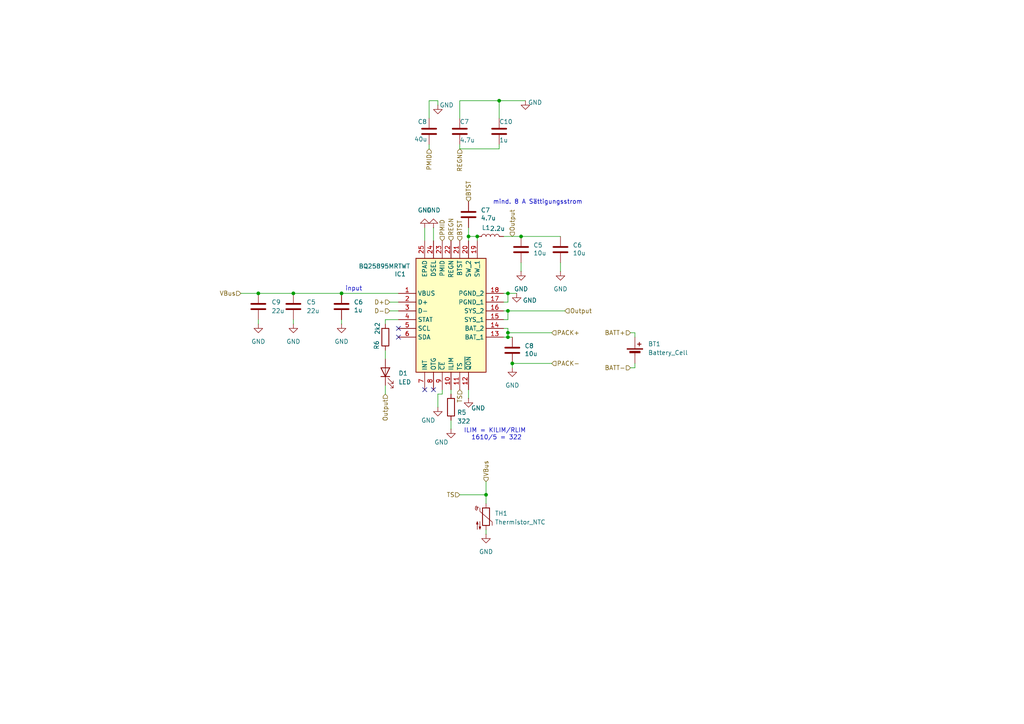
<source format=kicad_sch>
(kicad_sch (version 20250114) (generator "eeschema") (generator_version "9.0")
  (paper "A4")
  (lib_symbols
    (symbol "BQ25895MRTWT:BQ25895MRTWT"
      (property "Reference" "IC" (at 26.67 15.24 0))
      (property "Value" "BQ25895MRTWT" (at 26.67 12.7 0))
      (symbol "BQ25895MRTWT_1_1"
        (rectangle (start 5.08 10.16) (end 25.4 -22.86) (stroke (width 0.254)) (fill (type background)))
        (pin passive line (at 0 0 0) (length 5.08) (name "VBUS") (number "1"))
        (pin passive line (at 0 -2.54 0) (length 5.08) (name "D+") (number "2"))
        (pin passive line (at 0 -5.08 0) (length 5.08) (name "D-") (number "3"))
        (pin passive line (at 0 -7.62 0) (length 5.08) (name "STAT") (number "4"))
        (pin passive line (at 0 -10.16 0) (length 5.08) (name "SCL") (number "5"))
        (pin passive line (at 0 -12.7 0) (length 5.08) (name "SDA") (number "6"))
        (pin passive line (at 7.62 15.24 270) (length 5.08) (name "EPAD") (number "25"))
        (pin passive line (at 7.62 -27.94 90) (length 5.08) (name "INT") (number "7"))
        (pin passive line (at 10.16 15.24 270) (length 5.08) (name "DSEL") (number "24"))
        (pin passive line (at 10.16 -27.94 90) (length 5.08) (name "OTG") (number "8"))
        (pin passive line (at 12.7 15.24 270) (length 5.08) (name "PMID") (number "23"))
        (pin passive line (at 12.7 -27.94 90) (length 5.08) (name "~{CE}") (number "9"))
        (pin passive line (at 15.24 15.24 270) (length 5.08) (name "REGN") (number "22"))
        (pin passive line (at 15.24 -27.94 90) (length 5.08) (name "ILIM") (number "10"))
        (pin passive line (at 17.78 15.24 270) (length 5.08) (name "BTST") (number "21"))
        (pin passive line (at 17.78 -27.94 90) (length 5.08) (name "TS") (number "11"))
        (pin passive line (at 20.32 15.24 270) (length 5.08) (name "SW_2") (number "20"))
        (pin passive line (at 20.32 -27.94 90) (length 5.08) (name "~{QON}") (number "12"))
        (pin passive line (at 22.86 15.24 270) (length 5.08) (name "SW_1") (number "19"))
        (pin passive line (at 30.48 0 180) (length 5.08) (name "PGND_2") (number "18"))
        (pin passive line (at 30.48 -2.54 180) (length 5.08) (name "PGND_1") (number "17"))
        (pin passive line (at 30.48 -5.08 180) (length 5.08) (name "SYS_2") (number "16"))
        (pin passive line (at 30.48 -7.62 180) (length 5.08) (name "SYS_1") (number "15"))
        (pin passive line (at 30.48 -10.16 180) (length 5.08) (name "BAT_2") (number "14"))
        (pin passive line (at 30.48 -12.7 180) (length 5.08) (name "BAT_1") (number "13"))
      )
    )
    (symbol "Device:Battery_Cell" (pin_numbers (hide yes)) (pin_names (offset 0) (hide yes))
      (property "Reference" "BT" (at 2.54 2.54 0))
      (property "Value" "Battery_Cell" (at 2.54 0 0))
      (symbol "Battery_Cell_0_1"
        (rectangle (start -2.286 1.778) (end 2.286 1.524) (fill (type outline)))
        (rectangle (start -1.524 1.016) (end 1.524 0.508) (fill (type outline)))
        (polyline (pts (xy 0 1.778) (xy 0 2.54)))
        (polyline (pts (xy 0 0.762) (xy 0 0)))
        (polyline (pts (xy 0.762 3.048) (xy 1.778 3.048)) (stroke (width 0.254)))
        (polyline (pts (xy 1.27 3.556) (xy 1.27 2.54)) (stroke (width 0.254)))
      )
      (symbol "Battery_Cell_1_1"
        (pin passive line (at 0 5.08 270) (length 2.54) (name "+") (number "1"))
        (pin passive line (at 0 -2.54 90) (length 2.54) (name "-") (number "2"))
      )
    )
    (symbol "Device:C" (pin_numbers (hide yes)) (pin_names (offset 0.254))
      (property "Reference" "C" (at 0.635 2.54 0))
      (property "Value" "C" (at 0.635 -2.54 0))
      (symbol "C_0_1"
        (polyline (pts (xy -2.032 0.762) (xy 2.032 0.762)) (stroke (width 0.508)))
        (polyline (pts (xy -2.032 -0.762) (xy 2.032 -0.762)) (stroke (width 0.508)))
      )
      (symbol "C_1_1"
        (pin passive line (at 0 3.81 270) (length 2.794) (name "~") (number "1"))
        (pin passive line (at 0 -3.81 90) (length 2.794) (name "~") (number "2"))
      )
    )
    (symbol "Device:L" (pin_numbers (hide yes)) (pin_names (offset 1.016) (hide yes))
      (property "Reference" "L" (at -1.27 0 90))
      (property "Value" "L" (at 1.905 0 90))
      (symbol "L_0_1"
        (arc (start 0 2.54) (mid 0.6323 1.905) (end 0 1.27))
        (arc (start 0 1.27) (mid 0.6323 0.635) (end 0 0))
        (arc (start 0 0) (mid 0.6323 -0.635) (end 0 -1.27))
        (arc (start 0 -1.27) (mid 0.6323 -1.905) (end 0 -2.54))
      )
      (symbol "L_1_1"
        (pin passive line (at 0 3.81 270) (length 1.27) (name "1") (number "1"))
        (pin passive line (at 0 -3.81 90) (length 1.27) (name "2") (number "2"))
      )
    )
    (symbol "Device:LED" (pin_numbers (hide yes)) (pin_names (offset 1.016) (hide yes))
      (property "Reference" "D" (at 0 2.54 0))
      (property "Value" "LED" (at 0 -2.54 0))
      (symbol "LED_0_1"
        (polyline (pts (xy -3.048 -0.762) (xy -4.572 -2.286) (xy -3.81 -2.286) (xy -4.572 -2.286) (xy -4.572 -1.524)))
        (polyline (pts (xy -1.778 -0.762) (xy -3.302 -2.286) (xy -2.54 -2.286) (xy -3.302 -2.286) (xy -3.302 -1.524)))
        (polyline (pts (xy -1.27 0) (xy 1.27 0)))
        (polyline (pts (xy -1.27 -1.27) (xy -1.27 1.27)) (stroke (width 0.254)))
        (polyline (pts (xy 1.27 -1.27) (xy 1.27 1.27) (xy -1.27 0) (xy 1.27 -1.27)) (stroke (width 0.254)))
      )
      (symbol "LED_1_1"
        (pin passive line (at -3.81 0 0) (length 2.54) (name "K") (number "1"))
        (pin passive line (at 3.81 0 180) (length 2.54) (name "A") (number "2"))
      )
    )
    (symbol "Device:R" (pin_numbers (hide yes)) (pin_names (offset 0))
      (property "Reference" "R" (at 2.032 0 90))
      (property "Value" "R" (at 0 0 90))
      (symbol "R_0_1"
        (rectangle (start -1.016 -2.54) (end 1.016 2.54) (stroke (width 0.254)))
      )
      (symbol "R_1_1"
        (pin passive line (at 0 3.81 270) (length 1.27) (name "~") (number "1"))
        (pin passive line (at 0 -3.81 90) (length 1.27) (name "~") (number "2"))
      )
    )
    (symbol "Device:Thermistor_NTC" (pin_numbers (hide yes)) (pin_names (offset 0))
      (property "Reference" "TH" (at -4.445 0 90))
      (property "Value" "Thermistor_NTC" (at 3.175 0 90))
      (symbol "Thermistor_NTC_0_1"
        (arc (start -3.175 2.413) (mid -3.0506 2.3165) (end -3.048 2.159))
        (arc (start -3.048 2.794) (mid -2.9736 2.9736) (end -2.794 3.048))
        (arc (start -2.794 3.048) (mid -2.6144 2.9736) (end -2.54 2.794))
        (arc (start -2.794 2.54) (mid -2.9736 2.6144) (end -3.048 2.794))
        (arc (start -2.794 1.905) (mid -2.9736 1.9794) (end -3.048 2.159))
        (arc (start -2.54 2.159) (mid -2.6144 1.9794) (end -2.794 1.905))
        (arc (start -2.159 2.794) (mid -2.434 2.5608) (end -2.794 2.54))
        (polyline (pts (xy -2.54 2.159) (xy -2.54 2.794)))
        (polyline (pts (xy -2.54 -3.683) (xy -2.54 -1.397) (xy -2.794 -2.159) (xy -2.286 -2.159) (xy -2.54 -1.397) (xy -2.54 -1.651)) (fill (type outline)))
        (polyline (pts (xy -1.778 2.54) (xy -1.778 1.524) (xy 1.778 -1.524) (xy 1.778 -2.54)))
        (polyline (pts (xy -1.778 -1.397) (xy -1.778 -3.683) (xy -2.032 -2.921) (xy -1.524 -2.921) (xy -1.778 -3.683) (xy -1.778 -3.429)) (fill (type outline)))
        (rectangle (start -1.016 2.54) (end 1.016 -2.54) (stroke (width 0.254)))
      )
      (symbol "Thermistor_NTC_1_1"
        (pin passive line (at 0 3.81 270) (length 1.27) (name "~") (number "1"))
        (pin passive line (at 0 -3.81 90) (length 1.27) (name "~") (number "2"))
      )
    )
    (symbol "power:GND" (power) (pin_numbers (hide yes)) (pin_names (offset 0) (hide yes))
      (property "Value" "GND" (at 0 -3.81 0))
      (symbol "GND_0_1"
        (polyline (pts (xy 0 0) (xy 0 -1.27) (xy 1.27 -1.27) (xy 0 -2.54) (xy -1.27 -1.27) (xy 0 -1.27)))
      )
      (symbol "GND_1_1"
        (pin power_in line (at 0 0 270) (length 0) (name "~") (number "1"))
      )
    )
  )
  (text "ILIM = KILIM/RLIM \n1610/5 = 322\n" (at 144.018 125.984 0) (effects (font (size 1.27 1.27))))
  (text "mind. 8 A Sättigungsstrom\n" (at 155.956 58.674 0) (effects (font (size 1.27 1.27))))
  (text "input\n" (at 102.616 83.82 0) (effects (font (size 1.27 1.27))))
  (junction (at 138.43 68.58))
  (junction (at 147.32 85.09))
  (junction (at 147.32 97.79))
  (junction (at 147.32 96.52))
  (junction (at 74.93 85.09))
  (junction (at 144.78 29.21))
  (junction (at 99.06 85.09))
  (junction (at 151.13 68.58))
  (junction (at 147.32 90.17))
  (junction (at 135.89 68.58))
  (junction (at 85.09 85.09))
  (junction (at 140.97 143.51))
  (junction (at 148.59 105.41))
  (no_connect (at 123.19 113.03))
  (no_connect (at 115.57 95.25))
  (no_connect (at 125.73 113.03))
  (no_connect (at 115.57 97.79))
  (wire (pts (xy 140.97 139.7) (xy 140.97 143.51)))
  (wire (pts (xy 133.35 143.51) (xy 140.97 143.51)))
  (wire (pts (xy 147.32 95.25) (xy 147.32 96.52)))
  (wire (pts (xy 74.93 85.09) (xy 85.09 85.09)))
  (wire (pts (xy 151.13 78.74) (xy 151.13 76.2)))
  (wire (pts (xy 127 114.3) (xy 127 118.11)))
  (wire (pts (xy 184.15 105.41) (xy 184.15 106.68)))
  (wire (pts (xy 135.89 113.03) (xy 135.89 115.57)))
  (wire (pts (xy 130.81 121.92) (xy 130.81 124.46)))
  (wire (pts (xy 133.35 43.18) (xy 144.78 43.18)))
  (wire (pts (xy 148.59 105.41) (xy 160.02 105.41)))
  (wire (pts (xy 133.35 29.21) (xy 144.78 29.21)))
  (wire (pts (xy 111.76 92.71) (xy 111.76 93.98)))
  (wire (pts (xy 140.97 153.67) (xy 140.97 154.94)))
  (wire (pts (xy 85.09 85.09) (xy 99.06 85.09)))
  (wire (pts (xy 124.46 41.91) (xy 124.46 43.18)))
  (wire (pts (xy 144.78 29.21) (xy 152.4 29.21)))
  (wire (pts (xy 123.19 66.04) (xy 123.19 69.85)))
  (wire (pts (xy 151.13 68.58) (xy 146.05 68.58)))
  (wire (pts (xy 113.03 90.17) (xy 115.57 90.17)))
  (wire (pts (xy 148.59 105.41) (xy 148.59 106.68)))
  (wire (pts (xy 130.81 113.03) (xy 130.81 114.3)))
  (wire (pts (xy 125.73 66.04) (xy 125.73 69.85)))
  (wire (pts (xy 184.15 96.52) (xy 182.88 96.52)))
  (wire (pts (xy 127 114.3) (xy 128.27 114.3)))
  (wire (pts (xy 146.05 95.25) (xy 147.32 95.25)))
  (wire (pts (xy 147.32 97.79) (xy 148.59 97.79)))
  (wire (pts (xy 124.46 29.21) (xy 127 29.21)))
  (wire (pts (xy 146.05 92.71) (xy 147.32 92.71)))
  (wire (pts (xy 115.57 92.71) (xy 111.76 92.71)))
  (wire (pts (xy 99.06 85.09) (xy 115.57 85.09)))
  (wire (pts (xy 69.85 85.09) (xy 74.93 85.09)))
  (wire (pts (xy 147.32 87.63) (xy 147.32 85.09)))
  (wire (pts (xy 147.32 92.71) (xy 147.32 90.17)))
  (wire (pts (xy 128.27 114.3) (xy 128.27 113.03)))
  (wire (pts (xy 147.32 90.17) (xy 146.05 90.17)))
  (wire (pts (xy 162.56 68.58) (xy 151.13 68.58)))
  (wire (pts (xy 113.03 87.63) (xy 115.57 87.63)))
  (wire (pts (xy 147.32 90.17) (xy 163.83 90.17)))
  (wire (pts (xy 184.15 106.68) (xy 182.88 106.68)))
  (wire (pts (xy 74.93 92.71) (xy 74.93 93.98)))
  (wire (pts (xy 133.35 41.91) (xy 133.35 43.18)))
  (wire (pts (xy 99.06 92.71) (xy 99.06 93.98)))
  (wire (pts (xy 147.32 85.09) (xy 149.86 85.09)))
  (wire (pts (xy 85.09 92.71) (xy 85.09 93.98)))
  (wire (pts (xy 138.43 69.85) (xy 138.43 68.58)))
  (wire (pts (xy 111.76 101.6) (xy 111.76 104.14)))
  (wire (pts (xy 147.32 85.09) (xy 146.05 85.09)))
  (wire (pts (xy 144.78 29.21) (xy 144.78 34.29)))
  (wire (pts (xy 138.43 68.58) (xy 135.89 68.58)))
  (wire (pts (xy 147.32 96.52) (xy 147.32 97.79)))
  (wire (pts (xy 135.89 66.04) (xy 135.89 68.58)))
  (wire (pts (xy 111.76 111.76) (xy 111.76 114.3)))
  (wire (pts (xy 144.78 43.18) (xy 144.78 41.91)))
  (wire (pts (xy 146.05 87.63) (xy 147.32 87.63)))
  (wire (pts (xy 124.46 34.29) (xy 124.46 29.21)))
  (wire (pts (xy 184.15 97.79) (xy 184.15 96.52)))
  (wire (pts (xy 135.89 68.58) (xy 135.89 69.85)))
  (wire (pts (xy 146.05 97.79) (xy 147.32 97.79)))
  (wire (pts (xy 133.35 29.21) (xy 133.35 34.29)))
  (wire (pts (xy 140.97 143.51) (xy 140.97 146.05)))
  (wire (pts (xy 147.32 96.52) (xy 160.02 96.52)))
  (wire (pts (xy 162.56 78.74) (xy 162.56 76.2)))
  (wire (pts (xy 127 29.21) (xy 127 30.48)))
  (hierarchical_label "VBus" (shape input) (at 69.85 85.09 180))
  (hierarchical_label "BATT-" (shape input) (at 182.88 106.68 180))
  (hierarchical_label "Output" (shape input) (at 163.83 90.17 0))
  (hierarchical_label "D-" (shape input) (at 113.03 90.17 180))
  (hierarchical_label "Output" (shape input) (at 111.76 114.3 270))
  (hierarchical_label "VBus" (shape input) (at 140.97 139.7 90))
  (hierarchical_label "PMID" (shape input) (at 128.27 69.85 90))
  (hierarchical_label "BATT+" (shape input) (at 182.88 96.52 180))
  (hierarchical_label "REGN" (shape input) (at 130.81 69.85 90))
  (hierarchical_label "Output" (shape input) (at 148.59 68.58 90))
  (hierarchical_label "D+" (shape input) (at 113.03 87.63 180))
  (hierarchical_label "BTST" (shape input) (at 135.89 58.42 90))
  (hierarchical_label "PACK-" (shape input) (at 160.02 105.41 0))
  (hierarchical_label "PMID" (shape input) (at 124.46 43.18 270))
  (hierarchical_label "PACK+" (shape input) (at 160.02 96.52 0))
  (hierarchical_label "TS" (shape input) (at 133.35 113.03 270))
  (hierarchical_label "TS" (shape input) (at 133.35 143.51 180))
  (hierarchical_label "REGN" (shape input) (at 133.35 43.18 270))
  (hierarchical_label "BTST" (shape input) (at 133.35 69.85 90))
  (symbol (lib_id "power:GND") (at 135.89 115.57 0) (unit 1)
    (property "Reference" "#PWR013" (effects (hide yes)))
    (property "Value" "GND" (at 138.684 118.364 0))
    (property "Description" "Power symbol creates a global label with name \"GND\" , ground" (effects (hide yes)))
  )
  (symbol (lib_id "Device:Battery_Cell") (at 184.15 102.87 0) (unit 1)
    (property "Reference" "BT1" (at 187.96 99.7584 0) (effects (justify left)))
    (property "Value" "Battery_Cell" (at 187.96 102.2984 0) (effects (justify left)))
    (property "Description" "Single-cell battery" (effects (hide yes)))
  )
  (symbol (lib_id "Device:C") (at 148.59 101.6 0) (unit 1)
    (property "Reference" "C8" (at 152.146 100.33 0) (effects (justify left)))
    (property "Value" "10u" (at 152.146 102.616 0) (effects (justify left)))
    (property "Footprint" "Capacitor_SMD:C_0603_1608Metric" (effects (hide yes)))
    (property "Description" "Unpolarized capacitor" (effects (hide yes)))
  )
  (symbol (lib_id "BQ25895MRTWT:BQ25895MRTWT") (at 115.57 85.09 0) (unit 1)
    (property "Reference" "IC1" (at 116.078 79.502 0))
    (property "Value" "BQ25895MRTWT" (at 111.506 77.216 0))
    (property "Footprint" "QFN50P400X400X80-25N-D" (effects (hide yes)))
    (property "Datasheet" "http://www.ti.com/lit/ds/symlink/bq25895m.pdf" (effects (hide yes)))
    (property "Description" "Single Cell 5A Fast Charger MaxCharge Technology for High Input Voltage and 3.1A Boost" (effects (hide yes)))
    (property "Height" "0.8" (effects (hide yes)))
    (property "Mouser Part Number" "595-BQ25895MRTWT" (effects (hide yes)))
    (property "Mouser Price/Stock" "https://www.mouser.co.uk/ProductDetail/Texas-Instruments/BQ25895MRTWT?qs=uNh9J9Y3wTfTG8vWSrDAnA%3D%3D" (effects (hide yes)))
    (property "Manufacturer_Name" "Texas Instruments" (effects (hide yes)))
    (property "Manufacturer_Part_Number" "BQ25895MRTWT" (effects (hide yes)))
  )
  (symbol (lib_id "Device:C") (at 151.13 72.39 0) (unit 1)
    (property "Reference" "C5" (at 154.686 71.12 0) (effects (justify left)))
    (property "Value" "10u" (at 154.686 73.406 0) (effects (justify left)))
    (property "Footprint" "Capacitor_SMD:C_0603_1608Metric" (effects (hide yes)))
    (property "Description" "Unpolarized capacitor" (effects (hide yes)))
  )
  (symbol (lib_id "power:GND") (at 162.56 78.74 0) (unit 1)
    (property "Reference" "#PWR09" (effects (hide yes)))
    (property "Value" "GND" (at 162.56 83.82 0))
    (property "Description" "Power symbol creates a global label with name \"GND\" , ground" (effects (hide yes)))
  )
  (symbol (lib_id "Device:C") (at 133.35 38.1 0) (unit 1)
    (property "Reference" "C7" (at 133.35 35.306 0) (effects (justify left)))
    (property "Value" "4.7u" (at 133.35 40.64 0) (effects (justify left)))
    (property "Footprint" "Capacitor_SMD:C_0603_1608Metric" (effects (hide yes)))
    (property "Description" "Unpolarized capacitor" (effects (hide yes)))
  )
  (symbol (lib_id "power:GND") (at 151.13 78.74 0) (unit 1)
    (property "Reference" "#PWR010" (effects (hide yes)))
    (property "Value" "GND" (at 151.13 83.82 0))
    (property "Description" "Power symbol creates a global label with name \"GND\" , ground" (effects (hide yes)))
  )
  (symbol (lib_id "Device:C") (at 144.78 38.1 0) (unit 1)
    (property "Reference" "C10" (at 144.78 35.306 0) (effects (justify left)))
    (property "Value" "1u" (at 144.78 40.64 0) (effects (justify left)))
    (property "Footprint" "Capacitor_SMD:C_0603_1608Metric" (effects (hide yes)))
    (property "Description" "Unpolarized capacitor" (effects (hide yes)))
  )
  (symbol (lib_id "power:GND") (at 140.97 154.94 0) (unit 1)
    (property "Reference" "#PWR014" (effects (hide yes)))
    (property "Value" "GND" (at 140.97 160.02 0))
    (property "Description" "Power symbol creates a global label with name \"GND\" , ground" (effects (hide yes)))
  )
  (symbol (lib_id "Device:C") (at 162.56 72.39 0) (unit 1)
    (property "Reference" "C6" (at 166.116 71.12 0) (effects (justify left)))
    (property "Value" "10u" (at 166.116 73.406 0) (effects (justify left)))
    (property "Footprint" "Capacitor_SMD:C_0603_1608Metric" (effects (hide yes)))
    (property "Description" "Unpolarized capacitor" (effects (hide yes)))
  )
  (symbol (lib_id "Device:C") (at 74.93 88.9 0) (unit 1)
    (property "Reference" "C9" (at 78.74 87.6299 0) (effects (justify left)))
    (property "Value" "22u" (at 78.74 90.1699 0) (effects (justify left)))
    (property "Footprint" "Capacitor_SMD:C_0603_1608Metric" (effects (hide yes)))
    (property "Description" "Unpolarized capacitor" (effects (hide yes)))
  )
  (symbol (lib_id "power:GND") (at 74.93 93.98 0) (unit 1)
    (property "Reference" "#PWR018" (effects (hide yes)))
    (property "Value" "GND" (at 74.93 99.06 0))
    (property "Description" "Power symbol creates a global label with name \"GND\" , ground" (effects (hide yes)))
  )
  (symbol (lib_id "power:GND") (at 130.81 124.46 0) (unit 1)
    (property "Reference" "#PWR012" (effects (hide yes)))
    (property "Value" "GND" (at 128.016 128.27 0))
    (property "Description" "Power symbol creates a global label with name \"GND\" , ground" (effects (hide yes)))
  )
  (symbol (lib_id "power:GND") (at 99.06 93.98 0) (unit 1)
    (property "Reference" "#PWR010" (effects (hide yes)))
    (property "Value" "GND" (at 99.06 99.06 0))
    (property "Description" "Power symbol creates a global label with name \"GND\" , ground" (effects (hide yes)))
  )
  (symbol (lib_id "Device:LED") (at 111.76 107.95 90) (unit 1)
    (property "Reference" "D1" (at 115.57 108.2674 90) (effects (justify right)))
    (property "Value" "LED" (at 115.57 110.8074 90) (effects (justify right)))
    (property "Footprint" "LED_SMD:LED_0603_1608Metric" (effects (hide yes)))
    (property "Datasheet" "https://www.mouser.at/ProductDetail/ams-OSRAM/KB-EELP41.12-P1R2-36-3X4X-5-R18?qs=sGAEpiMZZMvVL5Kk7ZYykaXDR74jB6yfdWhkeqbnxUyztsTPYOzSXw%3D%3D" (effects (hide yes)))
    (property "Description" "Light emitting diode" (effects (hide yes)))
    (property "Sim.Pins" "1=K 2=A" (effects (hide yes)))
  )
  (symbol (lib_id "Device:L") (at 142.24 68.58 90) (unit 1)
    (property "Reference" "L1" (at 140.97 66.04 90))
    (property "Value" "2.2u" (at 144.272 66.294 90))
    (property "Footprint" "Inductor_SMD:L_0603_1608Metric" (effects (hide yes)))
    (property "Description" "Inductor" (effects (hide yes)))
  )
  (symbol (lib_id "power:GND") (at 152.4 29.21 0) (unit 1)
    (property "Reference" "#PWR011" (effects (hide yes)))
    (property "Value" "GND" (at 155.194 29.718 0))
    (property "Description" "Power symbol creates a global label with name \"GND\" , ground" (effects (hide yes)))
  )
  (symbol (lib_id "power:GND") (at 125.73 66.04 180) (unit 1)
    (property "Reference" "#PWR013" (effects (hide yes)))
    (property "Value" "GND" (at 125.73 60.96 0))
    (property "Description" "Power symbol creates a global label with name \"GND\" , ground" (effects (hide yes)))
  )
  (symbol (lib_id "Device:C") (at 124.46 38.1 0) (unit 1)
    (property "Reference" "C8" (at 121.158 35.306 0) (effects (justify left)))
    (property "Value" "40u" (at 120.142 40.386 0) (effects (justify left)))
    (property "Footprint" "Capacitor_SMD:C_0603_1608Metric" (effects (hide yes)))
    (property "Description" "Unpolarized capacitor" (effects (hide yes)))
  )
  (symbol (lib_id "power:GND") (at 127 30.48 0) (unit 1)
    (property "Reference" "#PWR012" (effects (hide yes)))
    (property "Value" "GND" (at 129.54 30.48 0))
    (property "Description" "Power symbol creates a global label with name \"GND\" , ground" (effects (hide yes)))
  )
  (symbol (lib_id "power:GND") (at 148.59 106.68 0) (unit 1)
    (property "Reference" "#PWR018" (effects (hide yes)))
    (property "Value" "GND" (at 148.59 111.76 0))
    (property "Description" "Power symbol creates a global label with name \"GND\" , ground" (effects (hide yes)))
  )
  (symbol (lib_id "power:GND") (at 123.19 66.04 180) (unit 1)
    (property "Reference" "#PWR014" (effects (hide yes)))
    (property "Value" "GND" (at 123.19 60.96 0))
    (property "Description" "Power symbol creates a global label with name \"GND\" , ground" (effects (hide yes)))
  )
  (symbol (lib_id "power:GND") (at 85.09 93.98 0) (unit 1)
    (property "Reference" "#PWR09" (effects (hide yes)))
    (property "Value" "GND" (at 85.09 99.06 0))
    (property "Description" "Power symbol creates a global label with name \"GND\" , ground" (effects (hide yes)))
  )
  (symbol (lib_id "Device:C") (at 85.09 88.9 0) (unit 1)
    (property "Reference" "C5" (at 88.9 87.6299 0) (effects (justify left)))
    (property "Value" "22u" (at 88.9 90.1699 0) (effects (justify left)))
    (property "Footprint" "Capacitor_SMD:C_0603_1608Metric" (effects (hide yes)))
    (property "Description" "Unpolarized capacitor" (effects (hide yes)))
  )
  (symbol (lib_id "power:GND") (at 149.86 85.09 0) (unit 1)
    (property "Reference" "#PWR019" (effects (hide yes)))
    (property "Value" "GND" (at 153.67 87.122 0))
    (property "Description" "Power symbol creates a global label with name \"GND\" , ground" (effects (hide yes)))
  )
  (symbol (lib_id "Device:R") (at 130.81 118.11 0) (unit 1)
    (property "Reference" "R5" (at 132.588 119.634 0) (effects (justify left)))
    (property "Value" "322" (at 132.588 122.174 0) (effects (justify left)))
    (property "Footprint" "Resistor_SMD:R_0603_1608Metric" (effects (hide yes)))
    (property "Description" "Resistor" (effects (hide yes)))
  )
  (symbol (lib_id "Device:C") (at 135.89 62.23 0) (unit 1)
    (property "Reference" "C7" (at 139.446 60.96 0) (effects (justify left)))
    (property "Value" "4.7u" (at 139.446 63.246 0) (effects (justify left)))
    (property "Footprint" "Capacitor_SMD:C_0603_1608Metric" (effects (hide yes)))
    (property "Description" "Unpolarized capacitor" (effects (hide yes)))
  )
  (symbol (lib_id "Device:C") (at 99.06 88.9 0) (unit 1)
    (property "Reference" "C6" (at 102.616 87.63 0) (effects (justify left)))
    (property "Value" "1u" (at 102.616 89.916 0) (effects (justify left)))
    (property "Footprint" "Capacitor_SMD:C_0603_1608Metric" (effects (hide yes)))
    (property "Description" "Unpolarized capacitor" (effects (hide yes)))
  )
  (symbol (lib_id "Device:Thermistor_NTC") (at 140.97 149.86 0) (unit 1)
    (property "Reference" "TH1" (at 143.51 148.9074 0) (effects (justify left)))
    (property "Value" "Thermistor_NTC" (at 143.51 151.4474 0) (effects (justify left)))
    (property "Footprint" "Resistor_SMD:R_0603_1608Metric" (effects (hide yes)))
    (property "Datasheet" "https://product.tdk.com/system/files/dam/doc/product/sensor/ntc/chip-ntc-thermistor/data_sheet/datasheet_ntcgs163jf103ht7.pdf" (effects (hide yes)))
    (property "Description" "Temperature dependent resistor, negative temperature coefficient" (effects (hide yes)))
  )
  (symbol (lib_id "power:GND") (at 127 118.11 0) (unit 1)
    (property "Reference" "#PWR011" (effects (hide yes)))
    (property "Value" "GND" (at 124.206 121.92 0))
    (property "Description" "Power symbol creates a global label with name \"GND\" , ground" (effects (hide yes)))
  )
  (symbol (lib_id "Device:R") (at 111.76 97.79 180) (unit 1)
    (property "Reference" "R6" (at 109.22 100.076 90))
    (property "Value" "2k2" (at 109.474 95.25 90))
    (property "Footprint" "Resistor_SMD:R_0603_1608Metric" (effects (hide yes)))
    (property "Description" "Resistor" (effects (hide yes)))
  )
)
</source>
